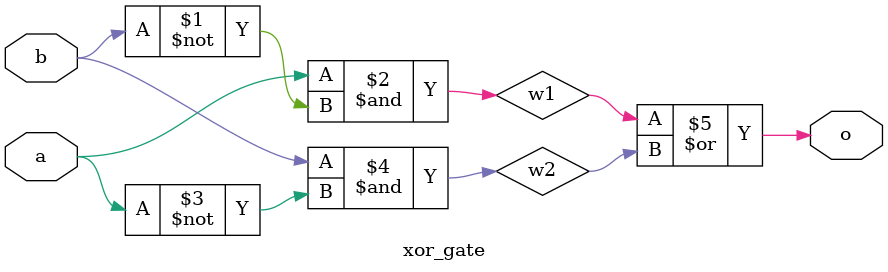
<source format=v>
module xor_gate(o, a, b);
  input a,b;
  output o;
  
  // Port Data type
  wire a,b,o;
  // Internal variables
  wire w1, w2;

  and(w1, a, ~b);
  and(w2, b, ~a);

  or(o, w1, w2);

endmodule
</source>
